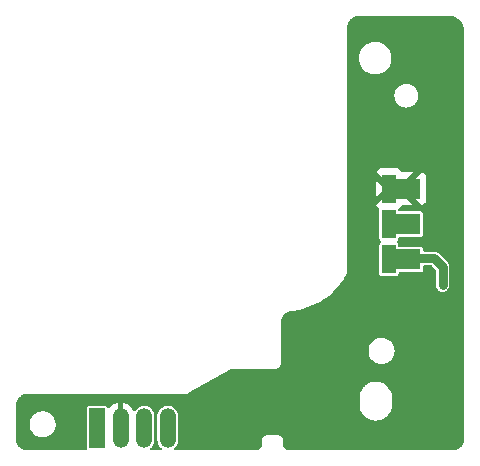
<source format=gbr>
%TF.GenerationSoftware,KiCad,Pcbnew,7.0.6*%
%TF.CreationDate,2023-09-27T22:25:32-07:00*%
%TF.ProjectId,procon_battery_pcb,70726f63-6f6e-45f6-9261-74746572795f,rev?*%
%TF.SameCoordinates,Original*%
%TF.FileFunction,Copper,L2,Bot*%
%TF.FilePolarity,Positive*%
%FSLAX46Y46*%
G04 Gerber Fmt 4.6, Leading zero omitted, Abs format (unit mm)*
G04 Created by KiCad (PCBNEW 7.0.6) date 2023-09-27 22:25:32*
%MOMM*%
%LPD*%
G01*
G04 APERTURE LIST*
%TA.AperFunction,ComponentPad*%
%ADD10R,1.350000X3.350000*%
%TD*%
%TA.AperFunction,ComponentPad*%
%ADD11O,1.350000X3.350000*%
%TD*%
%TA.AperFunction,SMDPad,CuDef*%
%ADD12R,3.280000X1.750000*%
%TD*%
%TA.AperFunction,SMDPad,CuDef*%
%ADD13R,1.200000X2.450000*%
%TD*%
%TA.AperFunction,ViaPad*%
%ADD14C,1.000000*%
%TD*%
%TA.AperFunction,ViaPad*%
%ADD15C,0.750000*%
%TD*%
%TA.AperFunction,Conductor*%
%ADD16C,0.750000*%
%TD*%
G04 APERTURE END LIST*
D10*
%TO.P,J1,1,Pin_1*%
%TO.N,BATTERY_TS_TIEDOWN*%
X51607200Y-51130200D03*
D11*
%TO.P,J1,2,Pin_2*%
%TO.N,GND*%
X53607200Y-51130200D03*
%TO.P,J1,3,Pin_3*%
%TO.N,BATTERY_TS_SENSE*%
X55607200Y-51130200D03*
%TO.P,J1,4,Pin_4*%
%TO.N,BATTERY_POS*%
X57607200Y-51130200D03*
%TD*%
D12*
%TO.P,U1,1,POS*%
%TO.N,BATTERY_POS*%
X77367000Y-36858200D03*
D13*
X76327000Y-36858200D03*
D12*
%TO.P,U1,2,NC*%
%TO.N,unconnected-(U1-NC-Pad2)*%
X77367000Y-33858200D03*
D13*
X76327000Y-33858200D03*
D12*
%TO.P,U1,3,COM*%
%TO.N,GND*%
X77367000Y-30858200D03*
D13*
X76327000Y-30858200D03*
%TD*%
D14*
%TO.N,GND*%
X78486000Y-30835600D03*
X76250800Y-30861000D03*
%TO.N,unconnected-(U1-NC-Pad2)*%
X76327000Y-33858200D03*
X78486000Y-33858200D03*
%TO.N,BATTERY_POS*%
X76327000Y-36858200D03*
X78405459Y-36771345D03*
D15*
X80873600Y-39014400D03*
%TD*%
D16*
%TO.N,GND*%
X78486000Y-30784800D02*
X78435200Y-30835600D01*
X78486000Y-30835600D02*
X78486000Y-30784800D01*
X78435200Y-30835600D02*
X78486000Y-30835600D01*
%TO.N,unconnected-(U1-NC-Pad2)*%
X77367000Y-33858200D02*
X78486000Y-33858200D01*
%TO.N,BATTERY_POS*%
X80873600Y-37465000D02*
X80179945Y-36771345D01*
X80179945Y-36771345D02*
X78405459Y-36771345D01*
X80873600Y-39014400D02*
X80873600Y-37465000D01*
%TO.N,GND*%
X78412600Y-30858200D02*
X78435200Y-30835600D01*
%TD*%
%TA.AperFunction,Conductor*%
%TO.N,GND*%
G36*
X81448826Y-16210091D02*
G01*
X81454472Y-16210535D01*
X81503216Y-16214371D01*
X81640705Y-16226403D01*
X81658821Y-16229354D01*
X81737844Y-16248325D01*
X81846638Y-16277477D01*
X81854306Y-16280080D01*
X81925491Y-16309566D01*
X81939532Y-16315382D01*
X82036847Y-16360760D01*
X82043007Y-16364070D01*
X82110278Y-16405294D01*
X82122378Y-16412709D01*
X82125545Y-16414785D01*
X82210688Y-16474402D01*
X82215386Y-16478040D01*
X82286815Y-16539046D01*
X82290366Y-16542329D01*
X82359044Y-16611007D01*
X82363456Y-16615419D01*
X82366762Y-16618995D01*
X82427764Y-16690420D01*
X82431408Y-16695126D01*
X82490997Y-16780227D01*
X82493074Y-16783395D01*
X82541729Y-16862794D01*
X82545059Y-16868991D01*
X82590390Y-16966202D01*
X82625724Y-17051505D01*
X82628334Y-17059193D01*
X82657438Y-17167806D01*
X82676450Y-17246997D01*
X82679404Y-17265137D01*
X82691422Y-17402503D01*
X82695709Y-17456973D01*
X82695900Y-17461839D01*
X82695900Y-52026690D01*
X82695664Y-52032097D01*
X82691902Y-52075088D01*
X82679497Y-52201096D01*
X82675869Y-52221040D01*
X82657897Y-52288117D01*
X82629764Y-52380864D01*
X82623485Y-52397276D01*
X82591875Y-52465064D01*
X82590363Y-52468088D01*
X82545728Y-52551597D01*
X82541832Y-52557939D01*
X82495269Y-52624437D01*
X82492407Y-52628208D01*
X82433433Y-52700070D01*
X82429344Y-52704582D01*
X82371583Y-52762343D01*
X82367072Y-52766431D01*
X82295208Y-52825408D01*
X82291436Y-52828269D01*
X82224950Y-52874825D01*
X82218607Y-52878721D01*
X82135050Y-52923381D01*
X82132026Y-52924892D01*
X82064288Y-52956479D01*
X82047875Y-52962758D01*
X81955040Y-52990917D01*
X81888050Y-53008866D01*
X81868108Y-53012494D01*
X81742024Y-53024908D01*
X81712096Y-53027526D01*
X81699095Y-53028664D01*
X81693693Y-53028900D01*
X67879888Y-53028900D01*
X67872926Y-53028508D01*
X67848971Y-53025804D01*
X67771021Y-53015586D01*
X67746169Y-53009675D01*
X67719302Y-53000271D01*
X67710093Y-52997047D01*
X67706851Y-52995809D01*
X67654716Y-52974209D01*
X67636203Y-52964643D01*
X67600804Y-52942398D01*
X67600093Y-52941951D01*
X67595333Y-52938639D01*
X67548697Y-52902848D01*
X67542604Y-52897505D01*
X67508346Y-52863247D01*
X67502998Y-52857147D01*
X67498472Y-52851248D01*
X67467032Y-52810267D01*
X67463732Y-52805522D01*
X67462140Y-52802989D01*
X67441283Y-52769799D01*
X67431713Y-52751272D01*
X67409687Y-52698084D01*
X67408457Y-52694862D01*
X67400398Y-52671839D01*
X67396204Y-52659859D01*
X67390304Y-52635083D01*
X67379917Y-52556143D01*
X67377290Y-52532860D01*
X67376900Y-52525912D01*
X67376900Y-52311802D01*
X67384021Y-52287550D01*
X67377426Y-52237235D01*
X67376900Y-52229173D01*
X67376909Y-52173004D01*
X67374989Y-52164586D01*
X67376436Y-52141010D01*
X67365262Y-52114040D01*
X67358924Y-52094152D01*
X67354637Y-52075357D01*
X67351827Y-52063037D01*
X67341325Y-52041226D01*
X67337065Y-52015336D01*
X67322847Y-51996811D01*
X67309493Y-51975111D01*
X67302897Y-51961411D01*
X67279459Y-51932019D01*
X67268615Y-51905455D01*
X67254008Y-51894249D01*
X67237552Y-51878098D01*
X67237501Y-51878150D01*
X67227650Y-51868299D01*
X67227700Y-51868248D01*
X67211561Y-51851806D01*
X67204928Y-51843164D01*
X67200299Y-51842527D01*
X67173827Y-51826377D01*
X67144389Y-51802902D01*
X67130552Y-51796241D01*
X67108865Y-51782898D01*
X67097868Y-51774461D01*
X67096034Y-51774657D01*
X67064359Y-51764371D01*
X67062585Y-51763517D01*
X67042763Y-51753973D01*
X67042761Y-51753972D01*
X67011293Y-51746795D01*
X66991427Y-51740465D01*
X66974196Y-51733329D01*
X66940312Y-51730605D01*
X66932797Y-51728891D01*
X66932796Y-51728891D01*
X66876676Y-51728899D01*
X66868572Y-51728369D01*
X66829759Y-51723262D01*
X66793322Y-51728900D01*
X66159405Y-51728900D01*
X66134879Y-51721698D01*
X66084232Y-51728369D01*
X66076128Y-51728900D01*
X66020004Y-51728900D01*
X66012479Y-51730618D01*
X65988710Y-51729160D01*
X65961381Y-51740482D01*
X65941520Y-51746812D01*
X65910050Y-51753995D01*
X65888533Y-51764357D01*
X65862595Y-51768627D01*
X65843980Y-51782912D01*
X65822296Y-51796256D01*
X65808434Y-51802931D01*
X65808427Y-51802936D01*
X65779134Y-51826296D01*
X65752564Y-51837143D01*
X65741329Y-51851784D01*
X65725134Y-51868286D01*
X65725178Y-51868330D01*
X65720546Y-51872961D01*
X65720283Y-51873230D01*
X65720258Y-51873249D01*
X65720252Y-51873255D01*
X65720233Y-51873280D01*
X65719964Y-51873543D01*
X65715330Y-51878178D01*
X65715286Y-51878134D01*
X65698785Y-51894328D01*
X65690091Y-51900999D01*
X65689449Y-51905662D01*
X65673298Y-51932134D01*
X65649933Y-51961431D01*
X65649931Y-51961435D01*
X65643252Y-51975304D01*
X65629908Y-51996987D01*
X65621444Y-52008016D01*
X65621642Y-52009864D01*
X65611351Y-52041548D01*
X65600996Y-52063050D01*
X65593811Y-52094530D01*
X65587480Y-52114393D01*
X65580332Y-52131646D01*
X65577608Y-52165515D01*
X65575901Y-52172993D01*
X65575899Y-52173009D01*
X65575899Y-52229119D01*
X65575367Y-52237223D01*
X65570262Y-52275976D01*
X65575900Y-52312435D01*
X65575900Y-52525914D01*
X65575510Y-52532863D01*
X65572915Y-52555887D01*
X65562482Y-52635178D01*
X65556584Y-52659955D01*
X65544541Y-52694374D01*
X65543301Y-52697623D01*
X65520989Y-52751492D01*
X65511422Y-52770013D01*
X65489390Y-52805076D01*
X65486080Y-52809836D01*
X65449514Y-52857491D01*
X65444160Y-52863596D01*
X65410601Y-52897155D01*
X65404496Y-52902509D01*
X65356824Y-52939088D01*
X65352064Y-52942398D01*
X65317025Y-52964415D01*
X65298502Y-52973983D01*
X65244588Y-52996312D01*
X65241340Y-52997552D01*
X65206960Y-53009582D01*
X65182183Y-53015480D01*
X65102855Y-53025919D01*
X65096719Y-53026610D01*
X65079858Y-53028510D01*
X65072916Y-53028900D01*
X58239053Y-53028900D01*
X58172014Y-53009215D01*
X58126259Y-52956411D01*
X58116315Y-52887253D01*
X58145340Y-52823697D01*
X58158777Y-52810392D01*
X58192351Y-52781873D01*
X58246557Y-52735831D01*
X58361802Y-52584229D01*
X58441762Y-52411397D01*
X58482700Y-52225416D01*
X58482700Y-50082735D01*
X58467273Y-49940884D01*
X58406467Y-49760420D01*
X58308289Y-49597246D01*
X58177329Y-49458993D01*
X58177328Y-49458992D01*
X58177327Y-49458991D01*
X58019706Y-49352122D01*
X57842806Y-49281638D01*
X57717761Y-49261139D01*
X57654878Y-49250830D01*
X57654875Y-49250830D01*
X57464723Y-49261139D01*
X57323662Y-49300305D01*
X57281233Y-49312086D01*
X57281232Y-49312086D01*
X57281230Y-49312087D01*
X57281227Y-49312088D01*
X57112982Y-49401287D01*
X57112979Y-49401288D01*
X56967843Y-49524568D01*
X56852596Y-49676173D01*
X56852595Y-49676174D01*
X56772636Y-49849006D01*
X56731700Y-50034983D01*
X56731700Y-52177666D01*
X56742392Y-52275976D01*
X56747127Y-52319516D01*
X56796168Y-52465064D01*
X56807934Y-52499982D01*
X56862004Y-52589847D01*
X56906111Y-52663154D01*
X57037071Y-52801407D01*
X57037746Y-52801865D01*
X57038336Y-52802265D01*
X57038933Y-52802989D01*
X57042196Y-52805761D01*
X57041699Y-52806345D01*
X57082778Y-52856179D01*
X57091018Y-52925561D01*
X57060438Y-52988383D01*
X57000749Y-53024700D01*
X56968751Y-53028900D01*
X56239053Y-53028900D01*
X56172014Y-53009215D01*
X56126259Y-52956411D01*
X56116315Y-52887253D01*
X56145340Y-52823697D01*
X56158777Y-52810392D01*
X56192351Y-52781873D01*
X56246557Y-52735831D01*
X56361802Y-52584229D01*
X56441762Y-52411397D01*
X56482700Y-52225416D01*
X56482700Y-50082735D01*
X56467273Y-49940884D01*
X56406467Y-49760420D01*
X56308289Y-49597246D01*
X56177329Y-49458993D01*
X56177328Y-49458992D01*
X56177327Y-49458991D01*
X56019706Y-49352122D01*
X55842806Y-49281638D01*
X55717761Y-49261139D01*
X55654878Y-49250830D01*
X55654875Y-49250830D01*
X55464723Y-49261139D01*
X55323662Y-49300305D01*
X55281233Y-49312086D01*
X55281232Y-49312086D01*
X55281230Y-49312087D01*
X55281227Y-49312088D01*
X55112982Y-49401287D01*
X55112979Y-49401288D01*
X54967842Y-49524569D01*
X54877372Y-49643580D01*
X54821131Y-49685037D01*
X54751404Y-49689506D01*
X54690330Y-49655569D01*
X54667657Y-49623809D01*
X54610485Y-49508993D01*
X54479254Y-49335214D01*
X54318331Y-49188514D01*
X54197448Y-49113666D01*
X73843793Y-49113666D01*
X73843869Y-49115390D01*
X73843869Y-49232355D01*
X73863847Y-49352081D01*
X73863803Y-49352441D01*
X73864251Y-49354506D01*
X73881389Y-49457205D01*
X73923394Y-49579559D01*
X73923438Y-49580550D01*
X73925420Y-49585460D01*
X73955403Y-49672797D01*
X73955409Y-49672811D01*
X74020487Y-49793066D01*
X74020871Y-49794867D01*
X74021423Y-49795655D01*
X74025164Y-49801710D01*
X74063893Y-49873274D01*
X74063897Y-49873281D01*
X74063899Y-49873283D01*
X74063900Y-49873285D01*
X74148805Y-49982371D01*
X74152284Y-49986840D01*
X74153325Y-49989479D01*
X74155172Y-49991326D01*
X74160255Y-49997082D01*
X74173633Y-50014269D01*
X74181311Y-50024134D01*
X74183171Y-50026653D01*
X74202949Y-50054898D01*
X74214319Y-50062753D01*
X74215830Y-50064143D01*
X74314992Y-50155429D01*
X74316938Y-50158668D01*
X74320117Y-50160894D01*
X74326551Y-50166069D01*
X74344117Y-50182240D01*
X74368908Y-50205062D01*
X74377404Y-50213558D01*
X74389308Y-50219115D01*
X74502721Y-50293212D01*
X74503905Y-50293985D01*
X74506937Y-50297538D01*
X74507323Y-50297718D01*
X74522740Y-50306291D01*
X74562461Y-50332242D01*
X74569748Y-50336186D01*
X74575805Y-50339928D01*
X74576232Y-50340227D01*
X74588177Y-50343521D01*
X74713559Y-50398519D01*
X74717776Y-50402064D01*
X74718612Y-50402288D01*
X74736324Y-50408505D01*
X74771214Y-50423809D01*
X74774101Y-50424540D01*
X74792614Y-50431133D01*
X74805199Y-50432416D01*
X74937939Y-50466031D01*
X74943353Y-50469229D01*
X74944431Y-50469324D01*
X74964068Y-50472647D01*
X74992184Y-50479767D01*
X74992187Y-50479767D01*
X74992193Y-50479769D01*
X75003645Y-50480717D01*
X75022534Y-50484003D01*
X75034072Y-50483239D01*
X75170548Y-50494547D01*
X75177101Y-50497076D01*
X75178238Y-50496977D01*
X75199287Y-50496929D01*
X75215939Y-50498308D01*
X75219368Y-50498593D01*
X75219369Y-50498593D01*
X75219370Y-50498593D01*
X75222297Y-50498350D01*
X75239450Y-50496929D01*
X75258010Y-50496971D01*
X75268183Y-50494548D01*
X75404662Y-50483239D01*
X75412215Y-50484793D01*
X75413237Y-50484520D01*
X75435088Y-50480718D01*
X75446545Y-50479769D01*
X75474670Y-50472646D01*
X75492198Y-50469680D01*
X75500798Y-50466031D01*
X75633536Y-50432416D01*
X75641881Y-50432729D01*
X75642655Y-50432369D01*
X75664624Y-50424544D01*
X75667521Y-50423810D01*
X75667522Y-50423809D01*
X75667524Y-50423809D01*
X75702413Y-50408505D01*
X75718266Y-50402939D01*
X75725174Y-50398520D01*
X75850555Y-50343523D01*
X75859421Y-50342384D01*
X75862927Y-50339930D01*
X75868992Y-50336183D01*
X75876273Y-50332242D01*
X75876278Y-50332241D01*
X75916006Y-50306285D01*
X75929616Y-50298716D01*
X75934830Y-50293987D01*
X75934833Y-50293985D01*
X76049427Y-50219117D01*
X76058515Y-50216374D01*
X76069808Y-50205081D01*
X76112191Y-50166065D01*
X76118625Y-50160889D01*
X76120460Y-50159603D01*
X76123745Y-50155429D01*
X76128402Y-50151142D01*
X76224416Y-50062754D01*
X76233387Y-50058327D01*
X76255557Y-50026665D01*
X76257403Y-50024163D01*
X76278494Y-49997067D01*
X76283575Y-49991315D01*
X76284540Y-49990349D01*
X76286451Y-49986843D01*
X76374838Y-49873285D01*
X76413588Y-49801679D01*
X76417325Y-49795635D01*
X76417406Y-49795518D01*
X76418250Y-49793066D01*
X76483332Y-49672805D01*
X76513322Y-49585448D01*
X76515097Y-49581047D01*
X76515344Y-49579558D01*
X76557348Y-49457204D01*
X76557349Y-49457202D01*
X76574489Y-49354488D01*
X76574892Y-49352628D01*
X76574890Y-49352084D01*
X76594869Y-49232356D01*
X76594869Y-49118379D01*
X76594869Y-49117879D01*
X76594869Y-49115378D01*
X76594937Y-49113805D01*
X76594869Y-49113409D01*
X76594869Y-48619805D01*
X76594931Y-48619590D01*
X76594931Y-48587103D01*
X76595759Y-48584281D01*
X76595167Y-48577513D01*
X76594931Y-48572105D01*
X76594929Y-48454403D01*
X76594928Y-48454398D01*
X76575707Y-48339219D01*
X76575819Y-48338288D01*
X76574656Y-48332920D01*
X76564185Y-48270177D01*
X76557406Y-48229555D01*
X76516221Y-48109594D01*
X76516160Y-48108235D01*
X76516011Y-48107915D01*
X76513559Y-48101838D01*
X76483388Y-48013955D01*
X76483388Y-48013954D01*
X76483384Y-48013946D01*
X76419080Y-47895125D01*
X76418624Y-47892991D01*
X76417592Y-47891517D01*
X76413857Y-47885473D01*
X76374889Y-47813468D01*
X76287187Y-47700791D01*
X76286061Y-47697936D01*
X76283843Y-47695718D01*
X76278752Y-47689954D01*
X76256851Y-47661816D01*
X76254989Y-47659295D01*
X76235625Y-47631640D01*
X76224178Y-47623732D01*
X76124372Y-47531855D01*
X76122345Y-47528482D01*
X76118891Y-47526064D01*
X76112455Y-47520886D01*
X76069058Y-47480936D01*
X76061148Y-47473027D01*
X76049160Y-47467429D01*
X75935336Y-47393065D01*
X75932233Y-47389430D01*
X75931644Y-47389155D01*
X75916232Y-47380584D01*
X75876311Y-47354503D01*
X75868749Y-47350410D01*
X75862694Y-47346669D01*
X75862326Y-47346411D01*
X75850284Y-47343088D01*
X75725558Y-47288379D01*
X75721282Y-47284785D01*
X75720308Y-47284524D01*
X75702597Y-47278307D01*
X75685975Y-47271016D01*
X75667563Y-47262940D01*
X75667561Y-47262939D01*
X75664499Y-47262164D01*
X75645923Y-47255547D01*
X75633278Y-47254258D01*
X75560898Y-47235929D01*
X75501079Y-47220780D01*
X75495620Y-47217555D01*
X75494450Y-47217453D01*
X75474822Y-47214131D01*
X75446578Y-47206979D01*
X75446580Y-47206979D01*
X75434991Y-47206019D01*
X75416022Y-47202719D01*
X75404428Y-47203486D01*
X75268383Y-47192213D01*
X75261798Y-47189672D01*
X75260603Y-47189777D01*
X75239564Y-47189825D01*
X75219402Y-47188155D01*
X75199213Y-47189827D01*
X75180580Y-47189783D01*
X75170354Y-47192218D01*
X75034186Y-47203501D01*
X75026614Y-47201943D01*
X75025558Y-47202226D01*
X75003714Y-47206026D01*
X74992221Y-47206978D01*
X74964028Y-47214118D01*
X74946432Y-47217095D01*
X74937796Y-47220761D01*
X74805255Y-47254324D01*
X74796906Y-47254010D01*
X74796122Y-47254376D01*
X74774163Y-47262198D01*
X74771242Y-47262937D01*
X74736309Y-47278260D01*
X74720413Y-47283839D01*
X74713483Y-47288272D01*
X74588199Y-47343227D01*
X74579324Y-47344367D01*
X74575803Y-47346833D01*
X74569756Y-47350570D01*
X74562485Y-47354505D01*
X74522758Y-47380460D01*
X74509108Y-47388051D01*
X74503878Y-47392795D01*
X74389298Y-47467652D01*
X74380214Y-47470393D01*
X74368839Y-47481769D01*
X74326573Y-47520676D01*
X74320138Y-47525853D01*
X74318302Y-47527138D01*
X74315019Y-47531313D01*
X74214305Y-47624025D01*
X74205339Y-47628449D01*
X74183109Y-47660198D01*
X74181246Y-47662719D01*
X74160298Y-47689631D01*
X74155210Y-47695393D01*
X74154258Y-47696344D01*
X74152356Y-47699836D01*
X74063914Y-47813464D01*
X74063909Y-47813471D01*
X74025195Y-47885008D01*
X74021453Y-47891063D01*
X74021401Y-47891136D01*
X74020573Y-47893547D01*
X73955414Y-48013946D01*
X73925446Y-48101239D01*
X73923712Y-48105534D01*
X73923474Y-48106980D01*
X73881394Y-48229551D01*
X73864260Y-48332219D01*
X73863891Y-48333917D01*
X73863894Y-48334416D01*
X73843870Y-48454399D01*
X73843869Y-48568277D01*
X73843869Y-48571367D01*
X73843809Y-48572719D01*
X73843869Y-48573059D01*
X73843869Y-49113410D01*
X73843793Y-49113666D01*
X54197448Y-49113666D01*
X54133187Y-49073877D01*
X54133185Y-49073876D01*
X53930131Y-48995213D01*
X53930121Y-48995210D01*
X53857201Y-48981578D01*
X53857199Y-48981579D01*
X53857199Y-50814513D01*
X53845245Y-50802559D01*
X53732348Y-50745035D01*
X53638681Y-50730200D01*
X53575719Y-50730200D01*
X53482052Y-50745035D01*
X53369155Y-50802559D01*
X53357200Y-50814514D01*
X53357200Y-48981579D01*
X53357198Y-48981578D01*
X53284278Y-48995210D01*
X53284268Y-48995213D01*
X53081214Y-49073876D01*
X53081212Y-49073877D01*
X52896069Y-49188514D01*
X52896068Y-49188514D01*
X52735144Y-49335215D01*
X52684026Y-49402905D01*
X52627917Y-49444540D01*
X52558205Y-49449231D01*
X52497023Y-49415488D01*
X52478063Y-49386981D01*
X52477852Y-49387123D01*
X52426752Y-49310647D01*
X52360430Y-49266332D01*
X52360429Y-49266331D01*
X52301952Y-49254700D01*
X52301948Y-49254700D01*
X50912452Y-49254700D01*
X50912447Y-49254700D01*
X50853970Y-49266331D01*
X50853969Y-49266332D01*
X50787647Y-49310647D01*
X50743332Y-49376969D01*
X50743331Y-49376970D01*
X50731700Y-49435447D01*
X50731700Y-52824952D01*
X50742791Y-52880709D01*
X50736564Y-52950300D01*
X50693701Y-53005478D01*
X50627811Y-53028722D01*
X50621174Y-53028900D01*
X45749110Y-53028900D01*
X45743698Y-53028663D01*
X45698844Y-53024735D01*
X45575193Y-53012605D01*
X45555198Y-53008970D01*
X45485284Y-52990232D01*
X45395466Y-52962981D01*
X45379056Y-52956701D01*
X45309476Y-52924251D01*
X45306453Y-52922739D01*
X45224733Y-52879055D01*
X45218393Y-52875160D01*
X45150640Y-52827717D01*
X45146868Y-52824854D01*
X45076232Y-52766881D01*
X45071733Y-52762803D01*
X45013051Y-52704121D01*
X45008971Y-52699619D01*
X44950822Y-52628757D01*
X44947962Y-52624988D01*
X44934267Y-52605431D01*
X44900779Y-52557607D01*
X44896883Y-52551264D01*
X44852766Y-52468717D01*
X44851256Y-52465698D01*
X44819251Y-52397072D01*
X44812968Y-52380651D01*
X44785093Y-52288746D01*
X44766918Y-52220934D01*
X44763295Y-52201024D01*
X44750932Y-52075442D01*
X44747137Y-52032104D01*
X44746900Y-52026692D01*
X44746900Y-50808722D01*
X45910680Y-50808722D01*
X45929497Y-51011804D01*
X45985312Y-51207969D01*
X45985317Y-51207982D01*
X46076222Y-51390543D01*
X46199132Y-51553303D01*
X46349853Y-51690702D01*
X46349855Y-51690704D01*
X46475706Y-51768627D01*
X46523258Y-51798070D01*
X46554758Y-51810273D01*
X46557822Y-51811566D01*
X46557897Y-51811592D01*
X46557899Y-51811593D01*
X46558916Y-51811945D01*
X46560394Y-51812457D01*
X46638780Y-51842823D01*
X46713439Y-51871746D01*
X46746290Y-51877887D01*
X46749503Y-51878576D01*
X46755965Y-51880144D01*
X46755970Y-51880146D01*
X46755974Y-51880146D01*
X46755976Y-51880147D01*
X46766388Y-51881644D01*
X46793591Y-51886729D01*
X46913919Y-51909222D01*
X46913921Y-51909222D01*
X46949332Y-51909222D01*
X46957538Y-51909808D01*
X46957544Y-51909694D01*
X46963432Y-51909974D01*
X46963436Y-51909975D01*
X46963439Y-51909974D01*
X46963443Y-51909975D01*
X46971849Y-51909575D01*
X46971859Y-51909577D01*
X46977833Y-51909292D01*
X46980786Y-51909222D01*
X47117870Y-51909222D01*
X47117871Y-51909222D01*
X47161093Y-51901142D01*
X47169541Y-51900157D01*
X47172797Y-51900002D01*
X47172799Y-51900001D01*
X47174676Y-51899912D01*
X47174722Y-51899907D01*
X47207809Y-51898330D01*
X47238189Y-51886730D01*
X47318351Y-51871746D01*
X47363276Y-51854341D01*
X47371040Y-51851908D01*
X47376488Y-51850587D01*
X47376491Y-51850585D01*
X47379235Y-51849920D01*
X47379265Y-51849912D01*
X47408481Y-51842823D01*
X47434894Y-51826597D01*
X47496059Y-51802902D01*
X47508530Y-51798071D01*
X47508535Y-51798068D01*
X47553139Y-51770450D01*
X47559987Y-51766786D01*
X47567146Y-51763517D01*
X47567149Y-51763514D01*
X47571470Y-51761542D01*
X47573423Y-51760650D01*
X47574677Y-51760469D01*
X47577924Y-51758594D01*
X47595140Y-51750732D01*
X47616923Y-51730956D01*
X47681936Y-51690703D01*
X47723948Y-51652403D01*
X47729704Y-51647758D01*
X47737880Y-51641937D01*
X47737884Y-51641932D01*
X47737972Y-51641870D01*
X47740801Y-51640890D01*
X47747517Y-51635072D01*
X47761191Y-51625334D01*
X47777948Y-51603175D01*
X47832659Y-51553301D01*
X47869586Y-51504400D01*
X47874173Y-51499000D01*
X47877102Y-51495925D01*
X47878179Y-51494796D01*
X47882197Y-51492474D01*
X47890694Y-51481671D01*
X47900734Y-51471141D01*
X47912350Y-51447772D01*
X47955568Y-51390543D01*
X47982717Y-51336019D01*
X47990234Y-51327911D01*
X47991436Y-51324909D01*
X48002237Y-51303957D01*
X48008888Y-51293606D01*
X48015502Y-51270177D01*
X48046477Y-51207972D01*
X48063493Y-51148165D01*
X48070238Y-51137472D01*
X48071491Y-51130975D01*
X48078135Y-51108348D01*
X48081842Y-51099087D01*
X48083843Y-51076643D01*
X48102292Y-51011805D01*
X48109263Y-50936567D01*
X48110112Y-50930602D01*
X48113405Y-50913521D01*
X48113405Y-50913516D01*
X48117074Y-50894480D01*
X48115068Y-50873917D01*
X48121110Y-50808722D01*
X48115068Y-50743526D01*
X48118075Y-50728155D01*
X48110115Y-50686854D01*
X48109263Y-50680870D01*
X48102292Y-50605639D01*
X48083843Y-50540798D01*
X48083986Y-50523708D01*
X48078134Y-50509091D01*
X48071492Y-50486468D01*
X48071047Y-50484162D01*
X48063494Y-50469280D01*
X48046477Y-50409472D01*
X48046476Y-50409469D01*
X48046475Y-50409466D01*
X48015503Y-50347268D01*
X48012260Y-50329081D01*
X48002237Y-50313484D01*
X47991786Y-50293212D01*
X47982719Y-50281427D01*
X47955568Y-50226901D01*
X47955565Y-50226897D01*
X47955564Y-50226895D01*
X47912351Y-50169671D01*
X47905351Y-50151142D01*
X47890692Y-50135769D01*
X47884039Y-50127310D01*
X47878211Y-50122679D01*
X47874194Y-50118466D01*
X47869587Y-50113044D01*
X47846704Y-50082741D01*
X47832661Y-50064144D01*
X47832659Y-50064142D01*
X47777950Y-50014269D01*
X47766996Y-49996241D01*
X47747518Y-49982371D01*
X47742264Y-49977818D01*
X47737960Y-49975564D01*
X47729727Y-49969700D01*
X47723919Y-49965013D01*
X47697449Y-49940883D01*
X47681936Y-49926741D01*
X47681929Y-49926737D01*
X47681927Y-49926735D01*
X47616924Y-49886487D01*
X47602008Y-49869846D01*
X47577924Y-49858848D01*
X47575428Y-49857407D01*
X47573481Y-49856819D01*
X47559999Y-49850662D01*
X47553109Y-49846975D01*
X47508532Y-49819374D01*
X47447306Y-49795655D01*
X47434888Y-49790844D01*
X47416215Y-49776494D01*
X47376159Y-49766777D01*
X47374111Y-49766280D01*
X47371050Y-49765537D01*
X47363265Y-49763097D01*
X47332540Y-49751195D01*
X47318351Y-49745698D01*
X47318342Y-49745696D01*
X47318341Y-49745696D01*
X47238179Y-49730710D01*
X47216142Y-49719505D01*
X47169536Y-49717285D01*
X47161086Y-49716299D01*
X47117875Y-49708222D01*
X47117871Y-49708222D01*
X46980729Y-49708222D01*
X46977779Y-49708152D01*
X46963435Y-49707468D01*
X46957544Y-49707750D01*
X46957538Y-49707635D01*
X46949332Y-49708222D01*
X46913919Y-49708222D01*
X46870711Y-49716299D01*
X46766386Y-49735800D01*
X46755967Y-49737298D01*
X46749488Y-49738870D01*
X46746268Y-49739561D01*
X46713443Y-49745697D01*
X46713433Y-49745699D01*
X46560391Y-49804988D01*
X46557810Y-49805881D01*
X46554706Y-49807190D01*
X46523258Y-49819373D01*
X46523256Y-49819374D01*
X46349852Y-49926742D01*
X46199132Y-50064140D01*
X46076222Y-50226900D01*
X45985317Y-50409461D01*
X45985312Y-50409474D01*
X45929497Y-50605639D01*
X45910680Y-50808721D01*
X45910680Y-50808722D01*
X44746900Y-50808722D01*
X44746900Y-49212106D01*
X44747136Y-49206700D01*
X44750857Y-49164171D01*
X44755859Y-49113410D01*
X44763332Y-49037574D01*
X44766956Y-49017656D01*
X44784707Y-48951409D01*
X44813134Y-48857709D01*
X44819393Y-48841352D01*
X44850681Y-48774255D01*
X44852133Y-48771350D01*
X44897261Y-48686925D01*
X44901130Y-48680625D01*
X44947255Y-48614753D01*
X44950081Y-48611028D01*
X45009668Y-48538422D01*
X45013707Y-48533965D01*
X45070959Y-48476713D01*
X45075425Y-48472665D01*
X45148019Y-48413087D01*
X45151737Y-48410266D01*
X45217642Y-48364119D01*
X45223925Y-48360259D01*
X45308306Y-48315155D01*
X45311240Y-48313688D01*
X45378375Y-48282383D01*
X45394722Y-48276128D01*
X45488345Y-48247724D01*
X45554674Y-48229952D01*
X45574591Y-48226328D01*
X45701015Y-48213870D01*
X45743705Y-48210135D01*
X45749106Y-48209900D01*
X59329855Y-48209900D01*
X59338139Y-48210990D01*
X59342410Y-48210429D01*
X59345050Y-48210256D01*
X59346481Y-48210026D01*
X59348936Y-48209084D01*
X59351383Y-48208260D01*
X59354130Y-48206897D01*
X59361223Y-48201447D01*
X62967820Y-46126420D01*
X63029659Y-46109900D01*
X66593518Y-46109900D01*
X66617994Y-46117087D01*
X66668569Y-46110431D01*
X66676668Y-46109900D01*
X66732791Y-46109900D01*
X66732793Y-46109900D01*
X66740591Y-46108120D01*
X66764273Y-46109569D01*
X66791485Y-46098300D01*
X66811339Y-46091973D01*
X66842751Y-46084803D01*
X66864517Y-46074321D01*
X66890385Y-46070060D01*
X66908922Y-46055837D01*
X66930604Y-46042494D01*
X66944367Y-46035867D01*
X66973845Y-46012358D01*
X67000373Y-46001527D01*
X67011567Y-45986939D01*
X67027677Y-45970525D01*
X67027622Y-45970470D01*
X67037470Y-45960622D01*
X67037525Y-45960677D01*
X67053941Y-45944566D01*
X67062567Y-45937947D01*
X67063204Y-45933322D01*
X67079355Y-45906848D01*
X67102867Y-45877367D01*
X67102869Y-45877363D01*
X67109489Y-45863618D01*
X67122833Y-45841933D01*
X67131213Y-45831010D01*
X67131022Y-45829214D01*
X67141312Y-45797534D01*
X67151803Y-45775751D01*
X67158968Y-45744361D01*
X67165296Y-45724503D01*
X67172393Y-45707366D01*
X67175108Y-45673641D01*
X67176900Y-45665793D01*
X67176900Y-45609660D01*
X67177430Y-45601562D01*
X67182519Y-45562887D01*
X67176900Y-45526549D01*
X67176900Y-44596217D01*
X74604730Y-44596217D01*
X74623547Y-44799299D01*
X74679362Y-44995464D01*
X74679367Y-44995477D01*
X74770272Y-45178038D01*
X74893182Y-45340798D01*
X75043903Y-45478197D01*
X75043905Y-45478199D01*
X75170093Y-45556330D01*
X75217308Y-45585565D01*
X75248808Y-45597768D01*
X75251872Y-45599061D01*
X75251947Y-45599087D01*
X75251949Y-45599088D01*
X75252966Y-45599440D01*
X75254444Y-45599952D01*
X75332830Y-45630318D01*
X75407489Y-45659241D01*
X75440340Y-45665382D01*
X75443553Y-45666071D01*
X75450015Y-45667639D01*
X75450020Y-45667641D01*
X75450024Y-45667641D01*
X75450026Y-45667642D01*
X75460438Y-45669139D01*
X75484501Y-45673637D01*
X75607969Y-45696717D01*
X75607971Y-45696717D01*
X75643382Y-45696717D01*
X75651588Y-45697303D01*
X75651594Y-45697189D01*
X75657482Y-45697469D01*
X75657486Y-45697470D01*
X75657489Y-45697469D01*
X75657493Y-45697470D01*
X75665899Y-45697070D01*
X75665909Y-45697072D01*
X75671883Y-45696787D01*
X75674836Y-45696717D01*
X75811920Y-45696717D01*
X75811921Y-45696717D01*
X75855143Y-45688637D01*
X75863591Y-45687652D01*
X75866847Y-45687497D01*
X75866849Y-45687496D01*
X75868726Y-45687407D01*
X75868772Y-45687402D01*
X75901859Y-45685825D01*
X75932239Y-45674225D01*
X76012401Y-45659241D01*
X76057326Y-45641836D01*
X76065090Y-45639403D01*
X76070538Y-45638082D01*
X76070541Y-45638080D01*
X76073285Y-45637415D01*
X76073315Y-45637407D01*
X76102531Y-45630318D01*
X76128944Y-45614092D01*
X76185840Y-45592050D01*
X76202580Y-45585566D01*
X76202585Y-45585563D01*
X76247189Y-45557945D01*
X76254037Y-45554281D01*
X76261196Y-45551012D01*
X76261199Y-45551009D01*
X76265520Y-45549037D01*
X76267473Y-45548145D01*
X76268727Y-45547964D01*
X76271974Y-45546089D01*
X76289190Y-45538227D01*
X76310973Y-45518451D01*
X76375986Y-45478198D01*
X76417998Y-45439898D01*
X76423754Y-45435253D01*
X76431930Y-45429432D01*
X76431934Y-45429427D01*
X76432022Y-45429365D01*
X76434851Y-45428385D01*
X76441567Y-45422567D01*
X76455241Y-45412829D01*
X76471998Y-45390670D01*
X76526709Y-45340796D01*
X76563636Y-45291895D01*
X76568223Y-45286495D01*
X76571152Y-45283420D01*
X76572229Y-45282291D01*
X76576247Y-45279969D01*
X76584744Y-45269166D01*
X76594784Y-45258636D01*
X76606400Y-45235267D01*
X76649618Y-45178038D01*
X76676767Y-45123514D01*
X76684284Y-45115406D01*
X76685486Y-45112404D01*
X76696287Y-45091452D01*
X76702938Y-45081101D01*
X76709552Y-45057672D01*
X76740527Y-44995467D01*
X76757543Y-44935660D01*
X76764288Y-44924967D01*
X76765541Y-44918470D01*
X76772185Y-44895843D01*
X76775892Y-44886582D01*
X76777893Y-44864138D01*
X76796342Y-44799300D01*
X76803313Y-44724062D01*
X76804162Y-44718097D01*
X76807455Y-44701016D01*
X76807455Y-44701011D01*
X76811124Y-44681975D01*
X76809118Y-44661412D01*
X76815160Y-44596217D01*
X76809118Y-44531021D01*
X76812125Y-44515650D01*
X76804165Y-44474349D01*
X76803313Y-44468365D01*
X76796342Y-44393134D01*
X76777893Y-44328293D01*
X76778036Y-44311203D01*
X76772184Y-44296586D01*
X76765542Y-44273963D01*
X76765097Y-44271657D01*
X76757544Y-44256775D01*
X76740527Y-44196967D01*
X76740526Y-44196964D01*
X76740525Y-44196961D01*
X76709553Y-44134763D01*
X76706310Y-44116576D01*
X76696287Y-44100979D01*
X76685836Y-44080707D01*
X76676769Y-44068922D01*
X76649618Y-44014396D01*
X76649615Y-44014392D01*
X76649614Y-44014390D01*
X76606401Y-43957166D01*
X76599401Y-43938637D01*
X76584742Y-43923264D01*
X76578089Y-43914805D01*
X76572261Y-43910174D01*
X76568244Y-43905961D01*
X76563637Y-43900539D01*
X76552988Y-43886437D01*
X76526711Y-43851639D01*
X76526709Y-43851637D01*
X76472000Y-43801764D01*
X76461046Y-43783736D01*
X76441568Y-43769866D01*
X76436314Y-43765313D01*
X76432010Y-43763059D01*
X76423777Y-43757195D01*
X76417969Y-43752508D01*
X76403711Y-43739510D01*
X76375986Y-43714236D01*
X76375979Y-43714232D01*
X76375977Y-43714230D01*
X76310974Y-43673982D01*
X76296058Y-43657341D01*
X76271974Y-43646343D01*
X76269478Y-43644902D01*
X76267531Y-43644314D01*
X76254049Y-43638157D01*
X76247159Y-43634470D01*
X76202582Y-43606869D01*
X76156227Y-43588911D01*
X76128938Y-43578339D01*
X76110265Y-43563989D01*
X76070209Y-43554272D01*
X76068161Y-43553775D01*
X76065100Y-43553032D01*
X76057315Y-43550592D01*
X76026590Y-43538690D01*
X76012401Y-43533193D01*
X76012392Y-43533191D01*
X76012391Y-43533191D01*
X75932229Y-43518205D01*
X75910192Y-43507000D01*
X75863586Y-43504780D01*
X75855136Y-43503794D01*
X75811925Y-43495717D01*
X75811921Y-43495717D01*
X75674779Y-43495717D01*
X75671829Y-43495647D01*
X75657485Y-43494963D01*
X75651594Y-43495245D01*
X75651588Y-43495130D01*
X75643382Y-43495717D01*
X75607969Y-43495717D01*
X75564761Y-43503794D01*
X75460436Y-43523295D01*
X75450017Y-43524793D01*
X75443538Y-43526365D01*
X75440318Y-43527056D01*
X75407493Y-43533192D01*
X75407483Y-43533194D01*
X75254441Y-43592483D01*
X75251860Y-43593376D01*
X75248756Y-43594685D01*
X75217308Y-43606868D01*
X75217306Y-43606869D01*
X75043902Y-43714237D01*
X74893182Y-43851635D01*
X74770272Y-44014395D01*
X74679367Y-44196956D01*
X74679362Y-44196969D01*
X74623547Y-44393134D01*
X74604730Y-44596216D01*
X74604730Y-44596217D01*
X67176900Y-44596217D01*
X67176900Y-42204450D01*
X67177162Y-42198759D01*
X67180364Y-42163999D01*
X67195689Y-42018634D01*
X67199678Y-41997930D01*
X67218466Y-41931497D01*
X67252086Y-41828326D01*
X67258835Y-41811776D01*
X67292421Y-41743878D01*
X67294320Y-41740334D01*
X67346934Y-41649498D01*
X67350935Y-41643443D01*
X67400399Y-41577437D01*
X67403962Y-41573110D01*
X67473330Y-41496370D01*
X67477290Y-41492373D01*
X67537966Y-41436530D01*
X67543601Y-41431927D01*
X67628680Y-41370436D01*
X67632017Y-41368187D01*
X67696198Y-41327931D01*
X67711952Y-41319568D01*
X67781592Y-41288814D01*
X67811249Y-41275719D01*
X67834413Y-41266560D01*
X67875423Y-41250349D01*
X67895634Y-41244291D01*
X68038876Y-41214378D01*
X68072956Y-41207728D01*
X68078623Y-41206893D01*
X68127045Y-41202031D01*
X68127769Y-41201875D01*
X68256297Y-41188899D01*
X68304638Y-41184019D01*
X68304640Y-41184018D01*
X68304646Y-41184018D01*
X68585127Y-41133556D01*
X68654518Y-41123595D01*
X68665268Y-41119138D01*
X68739428Y-41105796D01*
X68757436Y-41102557D01*
X68757435Y-41102557D01*
X68757441Y-41102556D01*
X69086612Y-41016680D01*
X69126381Y-41007525D01*
X69131275Y-41005029D01*
X69202606Y-40986420D01*
X69637490Y-40836304D01*
X69637489Y-40836304D01*
X69637493Y-40836303D01*
X70059505Y-40653098D01*
X70264562Y-40544575D01*
X70466132Y-40437898D01*
X70466137Y-40437895D01*
X70854950Y-40191985D01*
X70854951Y-40191983D01*
X70854956Y-40191981D01*
X71223660Y-39916814D01*
X71223660Y-39916813D01*
X71223668Y-39916808D01*
X71570047Y-39614034D01*
X71570048Y-39614033D01*
X71892051Y-39285450D01*
X71892051Y-39285451D01*
X72187759Y-38933014D01*
X72187758Y-38933014D01*
X72187765Y-38933006D01*
X72230101Y-38873817D01*
X72233418Y-38871220D01*
X72256292Y-38837201D01*
X72455419Y-38558812D01*
X72455418Y-38558813D01*
X72503339Y-38479537D01*
X72509977Y-38473458D01*
X72544868Y-38410837D01*
X72693419Y-38165094D01*
X72693423Y-38165088D01*
X72724701Y-38102948D01*
X72787430Y-37978328D01*
X72791421Y-37972879D01*
X72795946Y-37961827D01*
X72797922Y-37957484D01*
X72799444Y-37954453D01*
X72796900Y-37938671D01*
X72796900Y-30111752D01*
X75227000Y-30111752D01*
X75227000Y-31604646D01*
X75973447Y-30858200D01*
X75973447Y-30858199D01*
X75227000Y-30111752D01*
X72796900Y-30111752D01*
X72796900Y-29442228D01*
X75264580Y-29442228D01*
X76327000Y-30504647D01*
X76592871Y-30770518D01*
X76626356Y-30831841D01*
X76621372Y-30901533D01*
X76592871Y-30945880D01*
X75264581Y-32274169D01*
X75283649Y-32325293D01*
X75369809Y-32440387D01*
X75369812Y-32440390D01*
X75476811Y-32520490D01*
X75518682Y-32576423D01*
X75526500Y-32619756D01*
X75526500Y-35102952D01*
X75538131Y-35161429D01*
X75538132Y-35161430D01*
X75582447Y-35227752D01*
X75623373Y-35255098D01*
X75668178Y-35308711D01*
X75676885Y-35378036D01*
X75646730Y-35441063D01*
X75623373Y-35461302D01*
X75582447Y-35488647D01*
X75538132Y-35554969D01*
X75538131Y-35554970D01*
X75526500Y-35613447D01*
X75526500Y-38102952D01*
X75538131Y-38161429D01*
X75538132Y-38161430D01*
X75582447Y-38227752D01*
X75648769Y-38272067D01*
X75648770Y-38272068D01*
X75707247Y-38283699D01*
X75707250Y-38283700D01*
X75707252Y-38283700D01*
X76946750Y-38283700D01*
X76946751Y-38283699D01*
X76961568Y-38280752D01*
X77005229Y-38272068D01*
X77005229Y-38272067D01*
X77005231Y-38272067D01*
X77071552Y-38227752D01*
X77115867Y-38161431D01*
X77115867Y-38161429D01*
X77115868Y-38161429D01*
X77127499Y-38102952D01*
X77127500Y-38102950D01*
X77127500Y-38057700D01*
X77147185Y-37990661D01*
X77199989Y-37944906D01*
X77251500Y-37933700D01*
X79026750Y-37933700D01*
X79026751Y-37933699D01*
X79041568Y-37930752D01*
X79085229Y-37922068D01*
X79085229Y-37922067D01*
X79085231Y-37922067D01*
X79151552Y-37877752D01*
X79195867Y-37811431D01*
X79195867Y-37811429D01*
X79195868Y-37811429D01*
X79207499Y-37752952D01*
X79207500Y-37752950D01*
X79207500Y-37470845D01*
X79227185Y-37403806D01*
X79279989Y-37358051D01*
X79331500Y-37346845D01*
X79890203Y-37346845D01*
X79957242Y-37366530D01*
X79977884Y-37383164D01*
X80261781Y-37667061D01*
X80295266Y-37728384D01*
X80298100Y-37754742D01*
X80298100Y-38972611D01*
X80297569Y-38980712D01*
X80293134Y-39014398D01*
X80293134Y-39014400D01*
X80298100Y-39052119D01*
X80312912Y-39164634D01*
X80312913Y-39164636D01*
X80362956Y-39285451D01*
X80370902Y-39304633D01*
X80463149Y-39424851D01*
X80583367Y-39517098D01*
X80723364Y-39575087D01*
X80798481Y-39584976D01*
X80873599Y-39594866D01*
X80873600Y-39594866D01*
X80873601Y-39594866D01*
X80923678Y-39588273D01*
X81023836Y-39575087D01*
X81163833Y-39517098D01*
X81284051Y-39424851D01*
X81376298Y-39304633D01*
X81434287Y-39164636D01*
X81449100Y-39052120D01*
X81454066Y-39014400D01*
X81449631Y-38980712D01*
X81449100Y-38972611D01*
X81449100Y-37506780D01*
X81449631Y-37498678D01*
X81453296Y-37470845D01*
X81454065Y-37465000D01*
X81449366Y-37429313D01*
X81449365Y-37429294D01*
X81449100Y-37427280D01*
X81434287Y-37314764D01*
X81376298Y-37174767D01*
X81318371Y-37099275D01*
X81307212Y-37084732D01*
X81307211Y-37084731D01*
X81304742Y-37081513D01*
X81284049Y-37054547D01*
X81271942Y-37045257D01*
X81257090Y-37033861D01*
X81251000Y-37028520D01*
X80616433Y-36393953D01*
X80611081Y-36387851D01*
X80608431Y-36384398D01*
X80590396Y-36360894D01*
X80590394Y-36360892D01*
X80590393Y-36360891D01*
X80561908Y-36339034D01*
X80561897Y-36339025D01*
X80469994Y-36268506D01*
X80468296Y-36267867D01*
X80375287Y-36229341D01*
X80330181Y-36210658D01*
X80276851Y-36203636D01*
X80214043Y-36195368D01*
X80214028Y-36195366D01*
X80187141Y-36191827D01*
X80179945Y-36190880D01*
X80179944Y-36190880D01*
X80179943Y-36190880D01*
X80160910Y-36193385D01*
X80146262Y-36195314D01*
X80138164Y-36195845D01*
X79331500Y-36195845D01*
X79264461Y-36176160D01*
X79218706Y-36123356D01*
X79207500Y-36071845D01*
X79207500Y-35963449D01*
X79207499Y-35963447D01*
X79195868Y-35904970D01*
X79195867Y-35904969D01*
X79151552Y-35838647D01*
X79085230Y-35794332D01*
X79085229Y-35794331D01*
X79026752Y-35782700D01*
X79026748Y-35782700D01*
X77251500Y-35782700D01*
X77184461Y-35763015D01*
X77138706Y-35710211D01*
X77127500Y-35658700D01*
X77127500Y-35613449D01*
X77127499Y-35613447D01*
X77115868Y-35554970D01*
X77115867Y-35554969D01*
X77071551Y-35488646D01*
X77030627Y-35461302D01*
X76985821Y-35407690D01*
X76977114Y-35338365D01*
X77007268Y-35275338D01*
X77030627Y-35255098D01*
X77071551Y-35227753D01*
X77071552Y-35227752D01*
X77115867Y-35161431D01*
X77115867Y-35161429D01*
X77115868Y-35161429D01*
X77127499Y-35102952D01*
X77127500Y-35102950D01*
X77127500Y-35057700D01*
X77147185Y-34990661D01*
X77199989Y-34944906D01*
X77251500Y-34933700D01*
X79026750Y-34933700D01*
X79026751Y-34933699D01*
X79041568Y-34930752D01*
X79085229Y-34922068D01*
X79085229Y-34922067D01*
X79085231Y-34922067D01*
X79151552Y-34877752D01*
X79195867Y-34811431D01*
X79195867Y-34811429D01*
X79195868Y-34811429D01*
X79207499Y-34752952D01*
X79207500Y-34752950D01*
X79207500Y-32963449D01*
X79207499Y-32963447D01*
X79195868Y-32904970D01*
X79195867Y-32904969D01*
X79151552Y-32838647D01*
X79085230Y-32794332D01*
X79085229Y-32794331D01*
X79026752Y-32782700D01*
X79026748Y-32782700D01*
X77251500Y-32782700D01*
X77184461Y-32763015D01*
X77138706Y-32710211D01*
X77127500Y-32658700D01*
X77127500Y-32619756D01*
X77147185Y-32552717D01*
X77177189Y-32520490D01*
X77284187Y-32440390D01*
X77284190Y-32440387D01*
X77370350Y-32325293D01*
X77370354Y-32325286D01*
X77374612Y-32313870D01*
X77416482Y-32257935D01*
X77481945Y-32233516D01*
X77490795Y-32233200D01*
X78388446Y-32233200D01*
X77101127Y-30945881D01*
X77067642Y-30884558D01*
X77069527Y-30858199D01*
X77720553Y-30858199D01*
X79091597Y-32229245D01*
X79091599Y-32229245D01*
X79114374Y-32226798D01*
X79114376Y-32226797D01*
X79249086Y-32176554D01*
X79249093Y-32176550D01*
X79364187Y-32090390D01*
X79364190Y-32090387D01*
X79450350Y-31975293D01*
X79450354Y-31975286D01*
X79500596Y-31840579D01*
X79500598Y-31840572D01*
X79506999Y-31781044D01*
X79507000Y-31781027D01*
X79507000Y-29935372D01*
X79506999Y-29935355D01*
X79500598Y-29875827D01*
X79500596Y-29875820D01*
X79450354Y-29741113D01*
X79450350Y-29741106D01*
X79364190Y-29626012D01*
X79364187Y-29626009D01*
X79249093Y-29539849D01*
X79249086Y-29539845D01*
X79114380Y-29489603D01*
X79114373Y-29489601D01*
X79091598Y-29487152D01*
X77720553Y-30858198D01*
X77720553Y-30858199D01*
X77069527Y-30858199D01*
X77072626Y-30814866D01*
X77101127Y-30770519D01*
X77367000Y-30504647D01*
X78388446Y-29483200D01*
X77490795Y-29483200D01*
X77423756Y-29463515D01*
X77378001Y-29410711D01*
X77374612Y-29402530D01*
X77370354Y-29391113D01*
X77370350Y-29391106D01*
X77284190Y-29276012D01*
X77284187Y-29276009D01*
X77169093Y-29189849D01*
X77169086Y-29189845D01*
X77034379Y-29139603D01*
X77034372Y-29139601D01*
X76974844Y-29133200D01*
X75679155Y-29133200D01*
X75619627Y-29139601D01*
X75619620Y-29139603D01*
X75484913Y-29189845D01*
X75484906Y-29189849D01*
X75369813Y-29276009D01*
X75283645Y-29391114D01*
X75264580Y-29442228D01*
X72796900Y-29442228D01*
X72796900Y-22990100D01*
X76804243Y-22990100D01*
X76823559Y-23186229D01*
X76823560Y-23186232D01*
X76851595Y-23278652D01*
X76880772Y-23374833D01*
X76973670Y-23548632D01*
X76973674Y-23548639D01*
X77098700Y-23700983D01*
X77251044Y-23826009D01*
X77251051Y-23826013D01*
X77251053Y-23826014D01*
X77424857Y-23918914D01*
X77455521Y-23928216D01*
X77459020Y-23929394D01*
X77461380Y-23930268D01*
X77461383Y-23930270D01*
X77467589Y-23931876D01*
X77613452Y-23976124D01*
X77644246Y-23979156D01*
X77651495Y-23980444D01*
X77651539Y-23980163D01*
X77657762Y-23981116D01*
X77657766Y-23981117D01*
X77666371Y-23981553D01*
X77666389Y-23981559D01*
X77669530Y-23981718D01*
X77672445Y-23981934D01*
X77809584Y-23995441D01*
X77844787Y-23991973D01*
X77854084Y-23991753D01*
X77854082Y-23991710D01*
X77860350Y-23991391D01*
X77860364Y-23991392D01*
X77860792Y-23991326D01*
X77876130Y-23988977D01*
X77879430Y-23988561D01*
X78005716Y-23976124D01*
X78043875Y-23964548D01*
X78060393Y-23960799D01*
X78060874Y-23960674D01*
X78060883Y-23960673D01*
X78078287Y-23954227D01*
X78081811Y-23953040D01*
X78194311Y-23918914D01*
X78237237Y-23895969D01*
X78244917Y-23892515D01*
X78257255Y-23887946D01*
X78258878Y-23887833D01*
X78262945Y-23885839D01*
X78280390Y-23879378D01*
X78305347Y-23859563D01*
X78368122Y-23826010D01*
X78409213Y-23792286D01*
X78415717Y-23787621D01*
X78422680Y-23783281D01*
X78426107Y-23782326D01*
X78433969Y-23776241D01*
X78447999Y-23767495D01*
X78467431Y-23744507D01*
X78520467Y-23700983D01*
X78554551Y-23659451D01*
X78562924Y-23653747D01*
X78563096Y-23653501D01*
X78579445Y-23634457D01*
X78589868Y-23624548D01*
X78603533Y-23599767D01*
X78645494Y-23548638D01*
X78671281Y-23500393D01*
X78679653Y-23491869D01*
X78681213Y-23488236D01*
X78693390Y-23466297D01*
X78700375Y-23456260D01*
X78708329Y-23431080D01*
X78738398Y-23374827D01*
X78754666Y-23321198D01*
X78762172Y-23309742D01*
X78763642Y-23302594D01*
X78771154Y-23278652D01*
X78775095Y-23269466D01*
X78777732Y-23245158D01*
X78795608Y-23186232D01*
X78802700Y-23114222D01*
X78803667Y-23107839D01*
X78807019Y-23091529D01*
X78807019Y-23091526D01*
X78811102Y-23071660D01*
X78809090Y-23049340D01*
X78814925Y-22990100D01*
X78809090Y-22930859D01*
X78812257Y-22914158D01*
X78803669Y-22872370D01*
X78802698Y-22865960D01*
X78795608Y-22793968D01*
X78795607Y-22793967D01*
X78777733Y-22735045D01*
X78777568Y-22716492D01*
X78771154Y-22701546D01*
X78763642Y-22677606D01*
X78763103Y-22674985D01*
X78754667Y-22659004D01*
X78738398Y-22605373D01*
X78738397Y-22605372D01*
X78738397Y-22605370D01*
X78708330Y-22549119D01*
X78704244Y-22529495D01*
X78693391Y-22513902D01*
X78681275Y-22492074D01*
X78671280Y-22479805D01*
X78645494Y-22431562D01*
X78603531Y-22380431D01*
X78595131Y-22360651D01*
X78579442Y-22345738D01*
X78566304Y-22330434D01*
X78554548Y-22320745D01*
X78520466Y-22279215D01*
X78467432Y-22235691D01*
X78454557Y-22216789D01*
X78433968Y-22203956D01*
X78427987Y-22199326D01*
X78422657Y-22196904D01*
X78415729Y-22192585D01*
X78409195Y-22187898D01*
X78368122Y-22154190D01*
X78368121Y-22154189D01*
X78368116Y-22154185D01*
X78305345Y-22120634D01*
X78288067Y-22103662D01*
X78262943Y-22094358D01*
X78259871Y-22092851D01*
X78257257Y-22092252D01*
X78244914Y-22087682D01*
X78237208Y-22084215D01*
X78194310Y-22061285D01*
X78081837Y-22027166D01*
X78078305Y-22025978D01*
X78060879Y-22019525D01*
X78060458Y-22019416D01*
X78043860Y-22015647D01*
X78005714Y-22004075D01*
X77879451Y-21991639D01*
X77876139Y-21991223D01*
X77860388Y-21988809D01*
X77854088Y-21988490D01*
X77854090Y-21988447D01*
X77844789Y-21988225D01*
X77809587Y-21984759D01*
X77809583Y-21984759D01*
X77672516Y-21998257D01*
X77669598Y-21998475D01*
X77666414Y-21998637D01*
X77666381Y-21998646D01*
X77657761Y-21999083D01*
X77651558Y-22000034D01*
X77651515Y-21999754D01*
X77644263Y-22001041D01*
X77613453Y-22004075D01*
X77467593Y-22048321D01*
X77461377Y-22049931D01*
X77459014Y-22050806D01*
X77455487Y-22051993D01*
X77424854Y-22061286D01*
X77251051Y-22154186D01*
X77251044Y-22154190D01*
X77098700Y-22279216D01*
X76973674Y-22431560D01*
X76973670Y-22431567D01*
X76880772Y-22605366D01*
X76823559Y-22793970D01*
X76804243Y-22990100D01*
X72796900Y-22990100D01*
X72796900Y-19798433D01*
X73788501Y-19798433D01*
X73807323Y-20025595D01*
X73807325Y-20025606D01*
X73863284Y-20246582D01*
X73954852Y-20455335D01*
X74079529Y-20646169D01*
X74233923Y-20813885D01*
X74233927Y-20813888D01*
X74413805Y-20953893D01*
X74413809Y-20953896D01*
X74508201Y-21004978D01*
X74512259Y-21009006D01*
X74533462Y-21018791D01*
X74536989Y-21020557D01*
X74614289Y-21062390D01*
X74650575Y-21074847D01*
X74653557Y-21075957D01*
X74655107Y-21076579D01*
X74655111Y-21076581D01*
X74658865Y-21077730D01*
X74659881Y-21078042D01*
X74829886Y-21136405D01*
X74829888Y-21136405D01*
X74829892Y-21136407D01*
X74871100Y-21143283D01*
X74879103Y-21145173D01*
X74881151Y-21145803D01*
X74881159Y-21145805D01*
X74915848Y-21156427D01*
X74946886Y-21155930D01*
X75054738Y-21173927D01*
X75100473Y-21173927D01*
X75108358Y-21174430D01*
X75146633Y-21179332D01*
X75175950Y-21173927D01*
X75282694Y-21173927D01*
X75293481Y-21172126D01*
X75331849Y-21165724D01*
X75339392Y-21164937D01*
X75343680Y-21164755D01*
X75343687Y-21164753D01*
X75377998Y-21163296D01*
X75404789Y-21153552D01*
X75507538Y-21136407D01*
X75558604Y-21118875D01*
X75565629Y-21116921D01*
X75572074Y-21115533D01*
X75572077Y-21115531D01*
X75574201Y-21115074D01*
X75574249Y-21115062D01*
X75603349Y-21108790D01*
X75626994Y-21095397D01*
X75723141Y-21062390D01*
X75774305Y-21034701D01*
X75780672Y-21031711D01*
X75816311Y-21017391D01*
X75836369Y-21001114D01*
X75923621Y-20953896D01*
X75972922Y-20915522D01*
X75978457Y-20911682D01*
X75987814Y-20905921D01*
X75987818Y-20905917D01*
X75989274Y-20905021D01*
X75989297Y-20905006D01*
X76010944Y-20891677D01*
X76027090Y-20873362D01*
X76103509Y-20813883D01*
X76148772Y-20764713D01*
X76153416Y-20760173D01*
X76168680Y-20746739D01*
X76169374Y-20746415D01*
X76171134Y-20744579D01*
X76181731Y-20735252D01*
X76193867Y-20715727D01*
X76257898Y-20646172D01*
X76296910Y-20586458D01*
X76300549Y-20581457D01*
X76309975Y-20569784D01*
X76309977Y-20569780D01*
X76310717Y-20568864D01*
X76312513Y-20567619D01*
X76316607Y-20561562D01*
X76323908Y-20552518D01*
X76332071Y-20532639D01*
X76382577Y-20455336D01*
X76413073Y-20385810D01*
X76415707Y-20380514D01*
X76419705Y-20373356D01*
X76421131Y-20370807D01*
X76421619Y-20369932D01*
X76424175Y-20367419D01*
X76429063Y-20356607D01*
X76433464Y-20348728D01*
X76437887Y-20329240D01*
X76474145Y-20246582D01*
X76493940Y-20168412D01*
X76495581Y-20162991D01*
X76498388Y-20155046D01*
X76501216Y-20151128D01*
X76505265Y-20135577D01*
X76507386Y-20129572D01*
X76508431Y-20111189D01*
X76530105Y-20025603D01*
X76537165Y-19940394D01*
X76537845Y-19935035D01*
X76543287Y-19903299D01*
X76541725Y-19892256D01*
X76541882Y-19884851D01*
X76542074Y-19881144D01*
X76548929Y-19798427D01*
X76548928Y-19798420D01*
X76548026Y-19787532D01*
X76542075Y-19715712D01*
X76541882Y-19711999D01*
X76541725Y-19704597D01*
X76543841Y-19696783D01*
X76537845Y-19661817D01*
X76537165Y-19656455D01*
X76530105Y-19571251D01*
X76508432Y-19485667D01*
X76508956Y-19471720D01*
X76505265Y-19461274D01*
X76501935Y-19448488D01*
X76498392Y-19441819D01*
X76495576Y-19433848D01*
X76493942Y-19428450D01*
X76474145Y-19350272D01*
X76437891Y-19267621D01*
X76435960Y-19252591D01*
X76429064Y-19240247D01*
X76425083Y-19231442D01*
X76421678Y-19227027D01*
X76415712Y-19216348D01*
X76413060Y-19211013D01*
X76382576Y-19141516D01*
X76332072Y-19064214D01*
X76327362Y-19048608D01*
X76316605Y-19035285D01*
X76313256Y-19030331D01*
X76310721Y-19027992D01*
X76304255Y-19019987D01*
X76300557Y-19015406D01*
X76296900Y-19010379D01*
X76257898Y-18950682D01*
X76257897Y-18950681D01*
X76257896Y-18950679D01*
X76193869Y-18881128D01*
X76186150Y-18865489D01*
X76171134Y-18852273D01*
X76169701Y-18850778D01*
X76168681Y-18850115D01*
X76153417Y-18836681D01*
X76148760Y-18832127D01*
X76103511Y-18782973D01*
X76103505Y-18782968D01*
X76027090Y-18723490D01*
X76016267Y-18708451D01*
X75978477Y-18685183D01*
X75972898Y-18681312D01*
X75929767Y-18647742D01*
X75923621Y-18642958D01*
X75836361Y-18595735D01*
X75822449Y-18581926D01*
X75780675Y-18565142D01*
X75774277Y-18562137D01*
X75723147Y-18534467D01*
X75723144Y-18534466D01*
X75723141Y-18534464D01*
X75723135Y-18534462D01*
X75723133Y-18534461D01*
X75626996Y-18501457D01*
X75610155Y-18489528D01*
X75575595Y-18482080D01*
X75575577Y-18482075D01*
X75565635Y-18479932D01*
X75558563Y-18477964D01*
X75507535Y-18460446D01*
X75404779Y-18443299D01*
X75385289Y-18433861D01*
X75339397Y-18431914D01*
X75331816Y-18431123D01*
X75282693Y-18422927D01*
X75282692Y-18422927D01*
X75175953Y-18422927D01*
X75154241Y-18416551D01*
X75113766Y-18421734D01*
X75113732Y-18421737D01*
X75108366Y-18422424D01*
X75100483Y-18422927D01*
X75054738Y-18422927D01*
X74946861Y-18440927D01*
X74923449Y-18438097D01*
X74881722Y-18450875D01*
X74881644Y-18450896D01*
X74878911Y-18451730D01*
X74871022Y-18453583D01*
X74829892Y-18460446D01*
X74718370Y-18498732D01*
X74696546Y-18499716D01*
X74658710Y-18518634D01*
X74651109Y-18521823D01*
X74614298Y-18534460D01*
X74614281Y-18534468D01*
X74543728Y-18572649D01*
X74539876Y-18574564D01*
X74519528Y-18583813D01*
X74512166Y-18589730D01*
X74413809Y-18642957D01*
X74413805Y-18642960D01*
X74233927Y-18782965D01*
X74233923Y-18782968D01*
X74079529Y-18950684D01*
X73954852Y-19141518D01*
X73863284Y-19350271D01*
X73807325Y-19571247D01*
X73807323Y-19571258D01*
X73788501Y-19798420D01*
X73788501Y-19798433D01*
X72796900Y-19798433D01*
X72796900Y-17212106D01*
X72797136Y-17206700D01*
X72800857Y-17164171D01*
X72813332Y-17037578D01*
X72816956Y-17017656D01*
X72834707Y-16951409D01*
X72863134Y-16857709D01*
X72869393Y-16841352D01*
X72900681Y-16774255D01*
X72902133Y-16771350D01*
X72947261Y-16686925D01*
X72951130Y-16680625D01*
X72997255Y-16614753D01*
X73000081Y-16611028D01*
X73059668Y-16538422D01*
X73063707Y-16533965D01*
X73120959Y-16476713D01*
X73125425Y-16472665D01*
X73198019Y-16413087D01*
X73201737Y-16410266D01*
X73267642Y-16364119D01*
X73273925Y-16360259D01*
X73358306Y-16315155D01*
X73361240Y-16313688D01*
X73428375Y-16282383D01*
X73444722Y-16276128D01*
X73538345Y-16247724D01*
X73604674Y-16229952D01*
X73624591Y-16226328D01*
X73751015Y-16213870D01*
X73793705Y-16210135D01*
X73799106Y-16209900D01*
X81443961Y-16209900D01*
X81448826Y-16210091D01*
G37*
%TD.AperFunction*%
%TD*%
M02*

</source>
